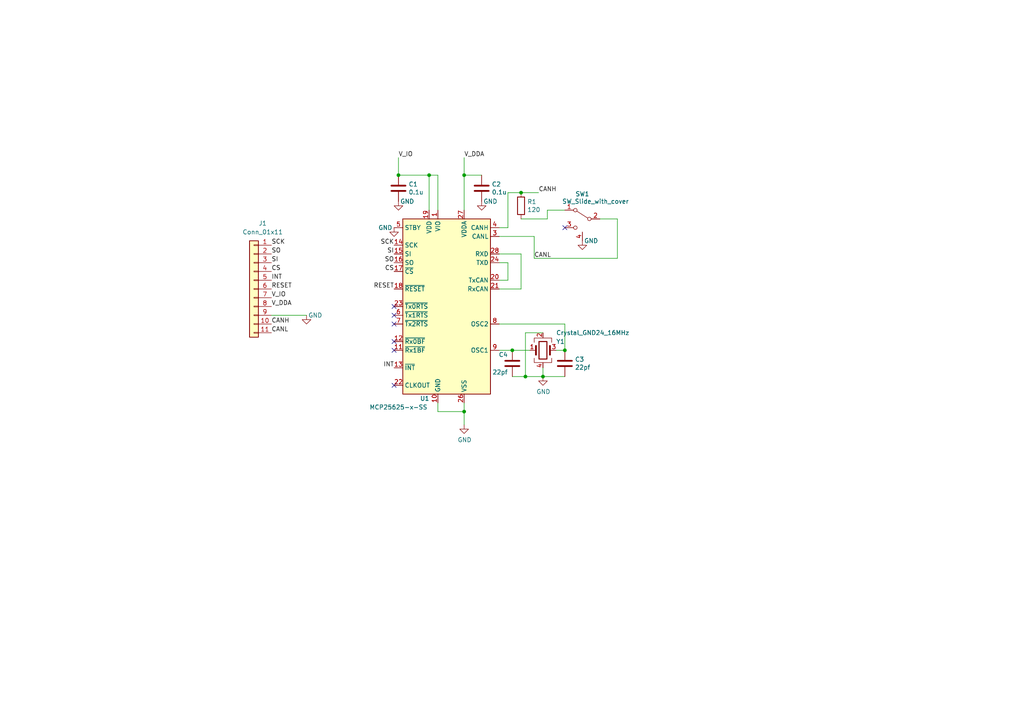
<source format=kicad_sch>
(kicad_sch (version 20211123) (generator eeschema)
  (paper "A4")
  (lib_symbols
    (symbol "Connector_Generic:Conn_01x11" (pin_names (offset 1.016) hide)
      (property "Reference" "J" (at 0 15.24 0))
      (property "Value" "Conn_01x11" (at 0 -15.24 0))
      (symbol "Conn_01x11_1_1"
        (rectangle (start -1.27 -12.573) (end 0 -12.827) (stroke (width 0.1524)))
        (rectangle (start -1.27 -10.033) (end 0 -10.287) (stroke (width 0.1524)))
        (rectangle (start -1.27 -7.493) (end 0 -7.747) (stroke (width 0.1524)))
        (rectangle (start -1.27 -4.953) (end 0 -5.207) (stroke (width 0.1524)))
        (rectangle (start -1.27 -2.413) (end 0 -2.667) (stroke (width 0.1524)))
        (rectangle (start -1.27 0.127) (end 0 -0.127) (stroke (width 0.1524)))
        (rectangle (start -1.27 2.667) (end 0 2.413) (stroke (width 0.1524)))
        (rectangle (start -1.27 5.207) (end 0 4.953) (stroke (width 0.1524)))
        (rectangle (start -1.27 7.747) (end 0 7.493) (stroke (width 0.1524)))
        (rectangle (start -1.27 10.287) (end 0 10.033) (stroke (width 0.1524)))
        (rectangle (start -1.27 12.827) (end 0 12.573) (stroke (width 0.1524)))
        (rectangle (start -1.27 13.97) (end 1.27 -13.97) (stroke (width 0.254)) (fill (type background)))
        (pin passive line (at -5.08 12.7 0) (length 3.81) (name "Pin_1") (number "1"))
        (pin passive line (at -5.08 -10.16 0) (length 3.81) (name "Pin_10") (number "10"))
        (pin passive line (at -5.08 -12.7 0) (length 3.81) (name "Pin_11") (number "11"))
        (pin passive line (at -5.08 10.16 0) (length 3.81) (name "Pin_2") (number "2"))
        (pin passive line (at -5.08 7.62 0) (length 3.81) (name "Pin_3") (number "3"))
        (pin passive line (at -5.08 5.08 0) (length 3.81) (name "Pin_4") (number "4"))
        (pin passive line (at -5.08 2.54 0) (length 3.81) (name "Pin_5") (number "5"))
        (pin passive line (at -5.08 0 0) (length 3.81) (name "Pin_6") (number "6"))
        (pin passive line (at -5.08 -2.54 0) (length 3.81) (name "Pin_7") (number "7"))
        (pin passive line (at -5.08 -5.08 0) (length 3.81) (name "Pin_8") (number "8"))
        (pin passive line (at -5.08 -7.62 0) (length 3.81) (name "Pin_9") (number "9"))
      )
    )
    (symbol "Device:C" (pin_numbers hide) (pin_names (offset 0.254))
      (property "Reference" "C" (at 0.635 2.54 0))
      (property "Value" "C" (at 0.635 -2.54 0))
      (symbol "C_0_1"
        (polyline (pts (xy -2.032 -0.762) (xy 2.032 -0.762)) (stroke (width 0.508)))
        (polyline (pts (xy -2.032 0.762) (xy 2.032 0.762)) (stroke (width 0.508)))
      )
      (symbol "C_1_1"
        (pin passive line (at 0 3.81 270) (length 2.794) (name "~") (number "1"))
        (pin passive line (at 0 -3.81 90) (length 2.794) (name "~") (number "2"))
      )
    )
    (symbol "Device:Crystal_GND24" (pin_names (offset 1.016) hide)
      (property "Reference" "Y" (at 3.175 5.08 0))
      (property "Value" "Crystal_GND24" (at 3.175 3.175 0))
      (symbol "Crystal_GND24_0_1"
        (rectangle (start -1.143 2.54) (end 1.143 -2.54) (stroke (width 0.3048)))
        (polyline (pts (xy -2.54 0) (xy -2.032 0)))
        (polyline (pts (xy -2.032 -1.27) (xy -2.032 1.27)) (stroke (width 0.508)))
        (polyline (pts (xy 0 -3.81) (xy 0 -3.556)))
        (polyline (pts (xy 0 3.556) (xy 0 3.81)))
        (polyline (pts (xy 2.032 -1.27) (xy 2.032 1.27)) (stroke (width 0.508)))
        (polyline (pts (xy 2.032 0) (xy 2.54 0)))
        (polyline (pts (xy -2.54 -2.286) (xy -2.54 -3.556) (xy 2.54 -3.556) (xy 2.54 -2.286)))
        (polyline (pts (xy -2.54 2.286) (xy -2.54 3.556) (xy 2.54 3.556) (xy 2.54 2.286)))
      )
      (symbol "Crystal_GND24_1_1"
        (pin passive line (at -3.81 0 0) (length 1.27) (name "1") (number "1"))
        (pin passive line (at 0 5.08 270) (length 1.27) (name "2") (number "2"))
        (pin passive line (at 3.81 0 180) (length 1.27) (name "3") (number "3"))
        (pin passive line (at 0 -5.08 90) (length 1.27) (name "4") (number "4"))
      )
    )
    (symbol "Device:R" (pin_numbers hide) (pin_names (offset 0))
      (property "Reference" "R" (at 2.032 0 90))
      (property "Value" "R" (at 0 0 90))
      (symbol "R_0_1"
        (rectangle (start -1.016 -2.54) (end 1.016 2.54) (stroke (width 0.254)))
      )
      (symbol "R_1_1"
        (pin passive line (at 0 3.81 270) (length 1.27) (name "~") (number "1"))
        (pin passive line (at 0 -3.81 90) (length 1.27) (name "~") (number "2"))
      )
    )
    (symbol "Interface_CAN_LIN:MCP25625-x-SS"
      (property "Reference" "U" (at -11.43 26.67 0))
      (property "Value" "MCP25625-x-SS" (at 15.24 26.67 0))
      (symbol "MCP25625-x-SS_0_1"
        (rectangle (start -12.7 25.4) (end 12.7 -25.4) (stroke (width 0.254)) (fill (type background)))
      )
      (symbol "MCP25625-x-SS_1_1"
        (pin power_in line (at -2.54 27.94 270) (length 2.54) (name "VIO") (number "1"))
        (pin power_in line (at -2.54 -27.94 90) (length 2.54) (name "GND") (number "10"))
        (pin output line (at -15.24 -12.7 0) (length 2.54) (name "~{Rx1BF}") (number "11"))
        (pin output line (at -15.24 -10.16 0) (length 2.54) (name "~{Rx0BF}") (number "12"))
        (pin output line (at -15.24 -17.78 0) (length 2.54) (name "~{INT}") (number "13"))
        (pin input line (at -15.24 17.78 0) (length 2.54) (name "SCK") (number "14"))
        (pin input line (at -15.24 15.24 0) (length 2.54) (name "SI") (number "15"))
        (pin output line (at -15.24 12.7 0) (length 2.54) (name "SO") (number "16"))
        (pin input line (at -15.24 10.16 0) (length 2.54) (name "~{CS}") (number "17"))
        (pin input line (at -15.24 5.08 0) (length 2.54) (name "~{RESET}") (number "18"))
        (pin power_in line (at -5.08 27.94 270) (length 2.54) (name "VDD") (number "19"))
        (pin no_connect line (at 12.7 -15.24 180) (length 2.54) hide (name "NC") (number "2"))
        (pin output line (at 15.24 7.62 180) (length 2.54) (name "TxCAN") (number "20"))
        (pin input line (at 15.24 5.08 180) (length 2.54) (name "RxCAN") (number "21"))
        (pin output line (at -15.24 -22.86 0) (length 2.54) (name "CLKOUT") (number "22"))
        (pin input line (at -15.24 0 0) (length 2.54) (name "~{Tx0RTS}") (number "23"))
        (pin input line (at 15.24 12.7 180) (length 2.54) (name "TXD") (number "24"))
        (pin no_connect line (at 12.7 -17.78 180) (length 2.54) hide (name "NC") (number "25"))
        (pin power_in line (at 5.08 -27.94 90) (length 2.54) (name "VSS") (number "26"))
        (pin power_in line (at 5.08 27.94 270) (length 2.54) (name "VDDA") (number "27"))
        (pin output line (at 15.24 15.24 180) (length 2.54) (name "RXD") (number "28"))
        (pin bidirectional line (at 15.24 20.32 180) (length 2.54) (name "CANL") (number "3"))
        (pin bidirectional line (at 15.24 22.86 180) (length 2.54) (name "CANH") (number "4"))
        (pin input line (at -15.24 22.86 0) (length 2.54) (name "STBY") (number "5"))
        (pin input line (at -15.24 -2.54 0) (length 2.54) (name "~{Tx1RTS}") (number "6"))
        (pin input line (at -15.24 -5.08 0) (length 2.54) (name "~{Tx2RTS}") (number "7"))
        (pin output line (at 15.24 -5.08 180) (length 2.54) (name "OSC2") (number "8"))
        (pin input line (at 15.24 -12.7 180) (length 2.54) (name "OSC1") (number "9"))
      )
    )
    (symbol "my-kicad-symbols:SW_Slide_with_cover" (pin_names (offset 0) hide)
      (property "Reference" "SW" (at 0 4.318 0))
      (property "Value" "SW_Slide_with_cover" (at 0 -5.08 0))
      (symbol "SW_Slide_with_cover_0_0"
        (circle (center -2.032 0) (radius 0.508))
        (circle (center 2.032 -2.54) (radius 0.508))
      )
      (symbol "SW_Slide_with_cover_0_1"
        (polyline (pts (xy -1.524 0.254) (xy 1.651 2.286)))
        (circle (center 2.032 2.54) (radius 0.508))
      )
      (symbol "SW_Slide_with_cover_1_1"
        (pin passive line (at 5.08 2.54 180) (length 2.54) (name "A") (number "1"))
        (pin passive line (at -5.08 0 0) (length 2.54) (name "B") (number "2"))
        (pin passive line (at 5.08 -2.54 180) (length 2.54) (name "C") (number "3"))
        (pin input line (at 0 -6.35 90) (length 2.54) (name "Cover") (number "4"))
      )
    )
    (symbol "power:GND" (power) (pin_names (offset 0))
      (property "Value" "GND" (at 0 -3.81 0))
      (symbol "GND_0_1"
        (polyline (pts (xy 0 0) (xy 0 -1.27) (xy 1.27 -1.27) (xy 0 -2.54) (xy -1.27 -1.27) (xy 0 -1.27)))
      )
      (symbol "GND_1_1"
        (pin power_in line (at 0 0 270) (length 0) hide (name "GND") (number "1"))
      )
    )
  )
  (junction (at 157.48 109.22))
  (junction (at 134.62 50.8))
  (junction (at 134.62 119.38))
  (junction (at 148.59 101.6))
  (junction (at 152.4 109.22))
  (junction (at 115.57 50.8))
  (junction (at 151.13 55.88))
  (junction (at 163.83 101.6))
  (junction (at 124.46 50.8))
  (no_connect (at 114.3 93.98))
  (no_connect (at 114.3 101.6))
  (no_connect (at 163.83 66.04))
  (no_connect (at 114.3 111.76))
  (no_connect (at 114.3 91.44))
  (no_connect (at 114.3 88.9))
  (no_connect (at 114.3 99.06))
  (wire (pts (xy 144.78 93.98) (xy 163.83 93.98)))
  (wire (pts (xy 151.13 83.82) (xy 151.13 73.66)))
  (wire (pts (xy 154.94 68.58) (xy 144.78 68.58)))
  (wire (pts (xy 147.32 76.2) (xy 147.32 81.28)))
  (wire (pts (xy 134.62 45.72) (xy 134.62 50.8)))
  (wire (pts (xy 127 50.8) (xy 124.46 50.8)))
  (wire (pts (xy 151.13 55.88) (xy 147.32 55.88)))
  (wire (pts (xy 148.59 101.6) (xy 153.67 101.6)))
  (wire (pts (xy 157.48 96.52) (xy 152.4 96.52)))
  (wire (pts (xy 179.07 63.5) (xy 173.99 63.5)))
  (wire (pts (xy 148.59 109.22) (xy 152.4 109.22)))
  (wire (pts (xy 152.4 96.52) (xy 152.4 109.22)))
  (wire (pts (xy 144.78 66.04) (xy 147.32 66.04)))
  (wire (pts (xy 134.62 60.96) (xy 134.62 50.8)))
  (wire (pts (xy 134.62 119.38) (xy 127 119.38)))
  (wire (pts (xy 152.4 109.22) (xy 157.48 109.22)))
  (wire (pts (xy 151.13 63.5) (xy 158.75 63.5)))
  (wire (pts (xy 144.78 83.82) (xy 151.13 83.82)))
  (wire (pts (xy 139.7 50.8) (xy 134.62 50.8)))
  (wire (pts (xy 154.94 74.93) (xy 179.07 74.93)))
  (wire (pts (xy 127 50.8) (xy 127 60.96)))
  (wire (pts (xy 124.46 50.8) (xy 115.57 50.8)))
  (wire (pts (xy 158.75 63.5) (xy 158.75 60.96)))
  (wire (pts (xy 78.74 91.44) (xy 88.9 91.44)))
  (wire (pts (xy 158.75 60.96) (xy 163.83 60.96)))
  (wire (pts (xy 163.83 101.6) (xy 161.29 101.6)))
  (wire (pts (xy 154.94 68.58) (xy 154.94 74.93)))
  (wire (pts (xy 144.78 101.6) (xy 148.59 101.6)))
  (wire (pts (xy 134.62 123.19) (xy 134.62 119.38)))
  (wire (pts (xy 134.62 119.38) (xy 134.62 116.84)))
  (wire (pts (xy 147.32 81.28) (xy 144.78 81.28)))
  (wire (pts (xy 163.83 109.22) (xy 157.48 109.22)))
  (wire (pts (xy 157.48 109.22) (xy 157.48 106.68)))
  (wire (pts (xy 147.32 55.88) (xy 147.32 66.04)))
  (wire (pts (xy 127 119.38) (xy 127 116.84)))
  (wire (pts (xy 156.21 55.88) (xy 151.13 55.88)))
  (wire (pts (xy 151.13 73.66) (xy 144.78 73.66)))
  (wire (pts (xy 144.78 76.2) (xy 147.32 76.2)))
  (wire (pts (xy 124.46 60.96) (xy 124.46 50.8)))
  (wire (pts (xy 179.07 63.5) (xy 179.07 74.93)))
  (wire (pts (xy 163.83 93.98) (xy 163.83 101.6)))
  (wire (pts (xy 115.57 45.72) (xy 115.57 50.8)))
  (label "V_IO" (at 78.74 86.36 0))
  (label "RESET" (at 78.74 83.82 0))
  (label "SI" (at 114.3 73.66 180))
  (label "SCK" (at 114.3 71.12 180))
  (label "RESET" (at 114.3 83.82 180))
  (label "CANL" (at 154.94 74.93 0))
  (label "V_DDA" (at 78.74 88.9 0))
  (label "SO" (at 114.3 76.2 180))
  (label "SI" (at 78.74 76.2 0))
  (label "CANL" (at 78.74 96.52 0))
  (label "V_DDA" (at 134.62 45.72 0))
  (label "SCK" (at 78.74 71.12 0))
  (label "SO" (at 78.74 73.66 0))
  (label "CS" (at 78.74 78.74 0))
  (label "CS" (at 114.3 78.74 180))
  (label "INT" (at 114.3 106.68 180))
  (label "CANH" (at 78.74 93.98 0))
  (label "CANH" (at 156.21 55.88 0))
  (label "INT" (at 78.74 81.28 0))
  (label "V_IO" (at 115.57 45.72 0))
  (symbol (lib_id "Interface_CAN_LIN:MCP25625-x-SS") (at 129.54 88.9 0) (unit 1)
    (property "Reference" "U1" (at 123.19 115.57 0))
    (property "Value" "MCP25625-x-SS" (at 115.57 118.11 0))
    (property "Footprint" "Package_SO:SSOP-28_5.3x10.2mm_P0.65mm" (effects hide))
    (property "Datasheet" "http://ww1.microchip.com/downloads/en/DeviceDoc/20005282B.pdf" (effects hide))
  )
  (symbol (lib_id "power:GND") (at 134.62 123.19 0) (unit 1)
    (property "Reference" "#PWR0101" (effects hide))
    (property "Value" "GND" (at 134.747 127.5842 0))
  )
  (symbol (lib_id "Device:C") (at 139.7 54.61 0) (unit 1)
    (property "Reference" "C2" (at 142.621 53.4416 0) (effects (justify left)))
    (property "Value" "0.1u" (at 142.621 55.753 0) (effects (justify left)))
    (property "Footprint" "Capacitor_SMD:C_0402_1005Metric" (effects hide))
  )
  (symbol (lib_id "Device:C") (at 115.57 54.61 0) (unit 1)
    (property "Reference" "C1" (at 118.491 53.4416 0) (effects (justify left)))
    (property "Value" "0.1u" (at 118.491 55.753 0) (effects (justify left)))
    (property "Footprint" "Capacitor_SMD:C_0402_1005Metric" (effects hide))
  )
  (symbol (lib_id "power:GND") (at 139.7 58.42 0) (unit 1)
    (property "Reference" "#PWR0102" (effects hide))
    (property "Value" "GND" (at 142.24 58.42 0))
  )
  (symbol (lib_id "power:GND") (at 114.3 66.04 0) (mirror y) (unit 1)
    (property "Reference" "#PWR0103" (effects hide))
    (property "Value" "GND" (at 111.76 66.04 0))
  )
  (symbol (lib_id "power:GND") (at 115.57 58.42 0) (unit 1)
    (property "Reference" "#PWR0104" (effects hide))
    (property "Value" "GND" (at 118.11 58.42 0))
  )
  (symbol (lib_id "Device:R") (at 151.13 59.69 0) (unit 1)
    (property "Reference" "R1" (at 152.908 58.5216 0) (effects (justify left)))
    (property "Value" "120" (at 152.908 60.833 0) (effects (justify left)))
    (property "Footprint" "Resistor_SMD:R_0402_1005Metric" (effects hide))
  )
  (symbol (lib_id "power:GND") (at 88.9 91.44 0) (unit 1)
    (property "Reference" "#PWR0105" (effects hide))
    (property "Value" "GND" (at 91.44 91.44 0))
  )
  (symbol (lib_id "Connector_Generic:Conn_01x11") (at 73.66 83.82 0) (mirror y) (unit 1)
    (property "Reference" "J1" (at 76.2 64.77 0))
    (property "Value" "Conn_01x11" (at 76.2 67.31 0))
    (property "Footprint" "my-kicad-footprints:PinHeader_1x11_P2.54mm_Vertical_witout_silk" (effects hide))
  )
  (symbol (lib_id "my-kicad-symbols:SW_Slide_with_cover") (at 168.91 63.5 0) (mirror y) (unit 1)
    (property "Reference" "SW1" (at 168.91 56.261 0))
    (property "Value" "SW_Slide_with_cover" (at 172.72 58.42 0))
    (property "Footprint" "my-kicad-footprints:slide_switch_smd" (effects hide))
  )
  (symbol (lib_id "power:GND") (at 168.91 69.85 0) (unit 1)
    (property "Reference" "#PWR0106" (effects hide))
    (property "Value" "GND" (at 171.45 69.85 0))
  )
  (symbol (lib_id "Device:C") (at 148.59 105.41 0) (mirror y) (unit 1)
    (property "Reference" "C4" (at 147.32 102.87 0) (effects (justify left)))
    (property "Value" "22pf" (at 147.32 107.95 0) (effects (justify left)))
    (property "Footprint" "Capacitor_SMD:C_0402_1005Metric" (effects hide))
  )
  (symbol (lib_id "Device:Crystal_GND24") (at 157.48 101.6 0) (unit 1)
    (property "Reference" "Y1" (at 161.29 99.06 0) (effects (justify left)))
    (property "Value" "Crystal_GND24_16MHz" (at 161.29 96.52 0) (effects (justify left)))
    (property "Footprint" "Crystal:Crystal_SMD_SeikoEpson_FA238-4Pin_3.2x2.5mm_HandSoldering" (effects hide))
  )
  (symbol (lib_id "Device:C") (at 163.83 105.41 0) (unit 1)
    (property "Reference" "C3" (at 166.751 104.2416 0) (effects (justify left)))
    (property "Value" "22pf" (at 166.751 106.553 0) (effects (justify left)))
    (property "Footprint" "Capacitor_SMD:C_0402_1005Metric" (effects hide))
  )
  (symbol (lib_id "power:GND") (at 157.48 109.22 0) (unit 1)
    (property "Reference" "#PWR0107" (effects hide))
    (property "Value" "GND" (at 157.607 113.6142 0))
  )
)
</source>
